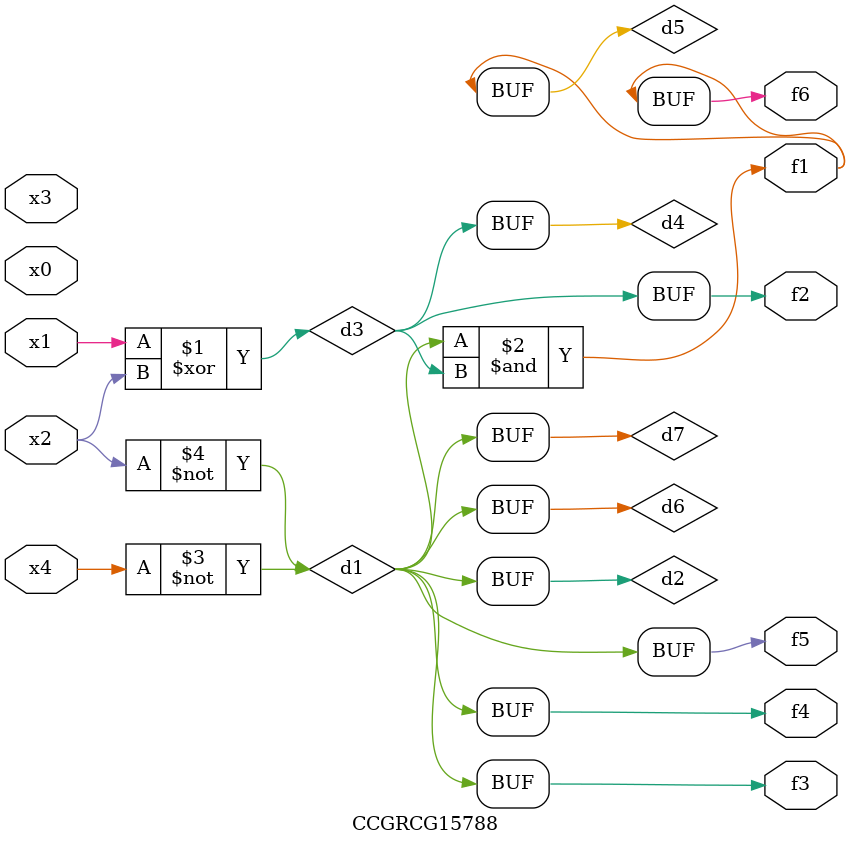
<source format=v>
module CCGRCG15788(
	input x0, x1, x2, x3, x4,
	output f1, f2, f3, f4, f5, f6
);

	wire d1, d2, d3, d4, d5, d6, d7;

	not (d1, x4);
	not (d2, x2);
	xor (d3, x1, x2);
	buf (d4, d3);
	and (d5, d1, d3);
	buf (d6, d1, d2);
	buf (d7, d2);
	assign f1 = d5;
	assign f2 = d4;
	assign f3 = d7;
	assign f4 = d7;
	assign f5 = d7;
	assign f6 = d5;
endmodule

</source>
